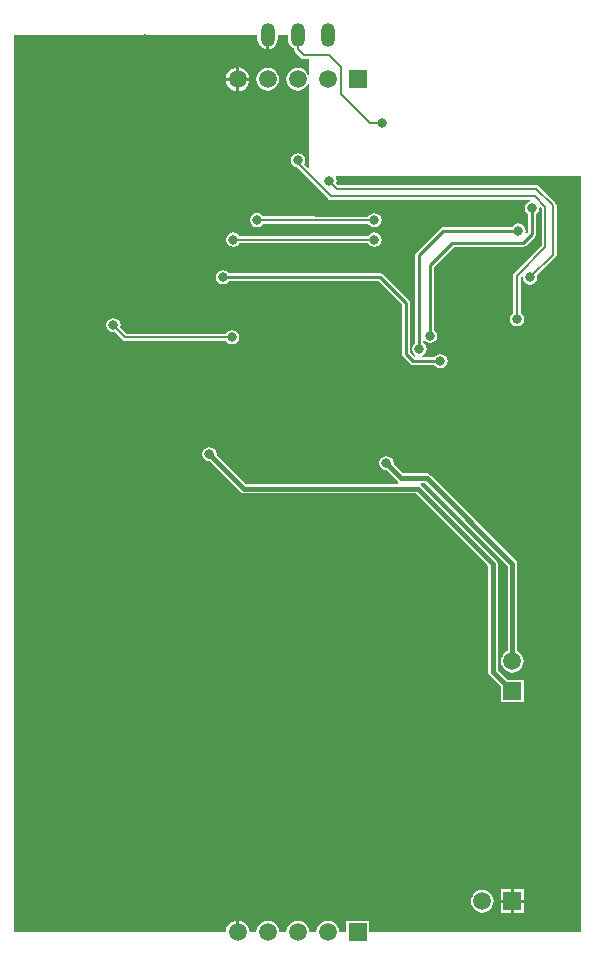
<source format=gbl>
G04 Layer_Physical_Order=2*
G04 Layer_Color=12500520*
%FSAX44Y44*%
%MOMM*%
G71*
G01*
G75*
%ADD20C,0.2032*%
%ADD21C,0.3810*%
%ADD22C,0.2540*%
%ADD23C,1.5000*%
%ADD24R,1.5000X1.5000*%
%ADD25R,1.5000X1.5000*%
%ADD26O,1.2000X2.0000*%
%ADD27C,0.8000*%
G36*
X00225870Y00797553D02*
X00226829Y00797680D01*
X00228907Y00798540D01*
X00230691Y00799909D01*
X00232060Y00801693D01*
X00232920Y00803771D01*
X00233214Y00806000D01*
Y00810000D01*
X00241899D01*
Y00806000D01*
X00242175Y00803903D01*
X00242984Y00801949D01*
X00244272Y00800272D01*
X00245949Y00798984D01*
X00246892Y00798594D01*
Y00797750D01*
X00247129Y00796561D01*
X00247803Y00795553D01*
X00253072Y00790283D01*
X00254081Y00789609D01*
X00255270Y00789372D01*
X00260000D01*
Y00776245D01*
X00258730Y00775992D01*
X00258326Y00776967D01*
X00256798Y00778958D01*
X00254807Y00780486D01*
X00252488Y00781447D01*
X00250000Y00781774D01*
X00247512Y00781447D01*
X00245193Y00780486D01*
X00243202Y00778958D01*
X00241674Y00776967D01*
X00240713Y00774648D01*
X00240386Y00772160D01*
X00240713Y00769672D01*
X00241674Y00767353D01*
X00243202Y00765362D01*
X00245193Y00763834D01*
X00247512Y00762873D01*
X00250000Y00762546D01*
X00252488Y00762873D01*
X00254807Y00763834D01*
X00256798Y00765362D01*
X00258326Y00767353D01*
X00258730Y00768328D01*
X00260000Y00768075D01*
Y00697284D01*
X00258827Y00696798D01*
X00255282Y00700343D01*
X00255872Y00701226D01*
X00256340Y00703580D01*
X00255872Y00705934D01*
X00254539Y00707929D01*
X00252544Y00709262D01*
X00250190Y00709730D01*
X00247836Y00709262D01*
X00245841Y00707929D01*
X00244508Y00705934D01*
X00244040Y00703580D01*
X00244508Y00701226D01*
X00245841Y00699231D01*
X00247836Y00697898D01*
X00249210Y00697625D01*
X00275933Y00670902D01*
X00276941Y00670229D01*
X00278130Y00669992D01*
X00446335D01*
X00446460Y00668722D01*
X00445956Y00668622D01*
X00443961Y00667289D01*
X00442628Y00665294D01*
X00442160Y00662940D01*
X00442628Y00660586D01*
X00443961Y00658591D01*
X00444943Y00657935D01*
Y00642745D01*
X00443887Y00641688D01*
X00442717Y00642314D01*
X00443030Y00643890D01*
X00442562Y00646244D01*
X00441229Y00648239D01*
X00439234Y00649572D01*
X00436880Y00650040D01*
X00434526Y00649572D01*
X00432531Y00648239D01*
X00431875Y00647257D01*
X00373380D01*
X00372092Y00647000D01*
X00370999Y00646271D01*
X00350679Y00625951D01*
X00349950Y00624858D01*
X00349693Y00623570D01*
Y00548565D01*
X00348711Y00547909D01*
X00347378Y00545914D01*
X00346910Y00543560D01*
X00347378Y00541206D01*
X00348711Y00539211D01*
X00349690Y00538557D01*
X00349446Y00537193D01*
X00349044Y00537097D01*
X00344997Y00541144D01*
Y00582930D01*
X00344740Y00584218D01*
X00344011Y00585311D01*
X00322421Y00606901D01*
X00321328Y00607630D01*
X00320040Y00607887D01*
X00191695D01*
X00191039Y00608869D01*
X00189044Y00610202D01*
X00186690Y00610670D01*
X00184336Y00610202D01*
X00182341Y00608869D01*
X00181008Y00606874D01*
X00180540Y00604520D01*
X00181008Y00602166D01*
X00182341Y00600171D01*
X00184336Y00598838D01*
X00186690Y00598370D01*
X00189044Y00598838D01*
X00191039Y00600171D01*
X00191695Y00601153D01*
X00318645D01*
X00338263Y00581535D01*
Y00539750D01*
X00338520Y00538462D01*
X00339249Y00537369D01*
X00345599Y00531019D01*
X00346692Y00530290D01*
X00347980Y00530033D01*
X00365835D01*
X00366491Y00529051D01*
X00368486Y00527718D01*
X00370840Y00527250D01*
X00373194Y00527718D01*
X00375189Y00529051D01*
X00376522Y00531046D01*
X00376990Y00533400D01*
X00376522Y00535754D01*
X00375189Y00537749D01*
X00373194Y00539082D01*
X00370840Y00539550D01*
X00368486Y00539082D01*
X00366491Y00537749D01*
X00365835Y00536767D01*
X00355862D01*
X00355829Y00536850D01*
X00355651Y00538037D01*
X00357409Y00539211D01*
X00358742Y00541206D01*
X00359210Y00543560D01*
X00358742Y00545914D01*
X00357409Y00547909D01*
X00356427Y00548565D01*
Y00550285D01*
X00356454Y00550293D01*
X00357697Y00550577D01*
X00359596Y00549308D01*
X00361950Y00548840D01*
X00364304Y00549308D01*
X00366299Y00550641D01*
X00367632Y00552636D01*
X00368100Y00554990D01*
X00367632Y00557344D01*
X00366299Y00559339D01*
X00365317Y00559995D01*
Y00613285D01*
X00382394Y00630363D01*
X00440690D01*
X00441978Y00630620D01*
X00443071Y00631349D01*
X00450691Y00638969D01*
X00451420Y00640062D01*
X00451677Y00641350D01*
Y00657935D01*
X00452659Y00658591D01*
X00453992Y00660586D01*
X00454460Y00662940D01*
X00454371Y00663388D01*
X00455541Y00664014D01*
X00456632Y00662923D01*
Y00631207D01*
X00433413Y00607988D01*
X00432739Y00606979D01*
X00432502Y00605790D01*
Y00574138D01*
X00431261Y00573309D01*
X00429928Y00571314D01*
X00429460Y00568960D01*
X00429928Y00566606D01*
X00431261Y00564611D01*
X00433256Y00563278D01*
X00435610Y00562810D01*
X00437964Y00563278D01*
X00439959Y00564611D01*
X00441292Y00566606D01*
X00441760Y00568960D01*
X00441292Y00571314D01*
X00439959Y00573309D01*
X00438718Y00574138D01*
Y00604503D01*
X00439649Y00605434D01*
X00440819Y00604808D01*
X00440730Y00604360D01*
X00441198Y00602006D01*
X00442531Y00600011D01*
X00444526Y00598678D01*
X00446880Y00598210D01*
X00449234Y00598678D01*
X00451229Y00600011D01*
X00452562Y00602006D01*
X00453030Y00604360D01*
X00452739Y00605824D01*
X00468288Y00621372D01*
X00468961Y00622381D01*
X00469198Y00623570D01*
Y00665480D01*
X00468961Y00666669D01*
X00468288Y00667678D01*
X00454318Y00681647D01*
X00453309Y00682321D01*
X00452120Y00682558D01*
X00284497D01*
X00282719Y00684336D01*
X00283010Y00685800D01*
X00282542Y00688154D01*
X00282057Y00688880D01*
X00282655Y00690000D01*
X00490000D01*
Y00050000D01*
X00310332D01*
Y00059532D01*
X00291268D01*
Y00050000D01*
X00285014D01*
X00284687Y00052488D01*
X00283726Y00054807D01*
X00282198Y00056798D01*
X00280207Y00058326D01*
X00277888Y00059287D01*
X00275400Y00059614D01*
X00272912Y00059287D01*
X00270593Y00058326D01*
X00268602Y00056798D01*
X00267074Y00054807D01*
X00266113Y00052488D01*
X00265786Y00050000D01*
X00259614D01*
X00259287Y00052488D01*
X00258326Y00054807D01*
X00256798Y00056798D01*
X00254807Y00058326D01*
X00252488Y00059287D01*
X00250000Y00059614D01*
X00247512Y00059287D01*
X00245193Y00058326D01*
X00243202Y00056798D01*
X00241674Y00054807D01*
X00240713Y00052488D01*
X00240386Y00050000D01*
X00234214D01*
X00233887Y00052488D01*
X00232926Y00054807D01*
X00231398Y00056798D01*
X00229407Y00058326D01*
X00227088Y00059287D01*
X00224600Y00059614D01*
X00222112Y00059287D01*
X00219793Y00058326D01*
X00217802Y00056798D01*
X00216274Y00054807D01*
X00215313Y00052488D01*
X00214986Y00050000D01*
X00209327D01*
X00208982Y00052621D01*
X00207970Y00055063D01*
X00206361Y00057161D01*
X00204263Y00058770D01*
X00201821Y00059782D01*
X00200470Y00059959D01*
Y00050000D01*
X00197930D01*
Y00059959D01*
X00196579Y00059782D01*
X00194137Y00058770D01*
X00192039Y00057161D01*
X00190430Y00055063D01*
X00189418Y00052621D01*
X00189073Y00050000D01*
X00010000D01*
Y00810000D01*
X00215986D01*
Y00806000D01*
X00216280Y00803771D01*
X00217140Y00801693D01*
X00218509Y00799909D01*
X00220293Y00798540D01*
X00222371Y00797680D01*
X00223330Y00797553D01*
Y00810000D01*
X00225870D01*
Y00797553D01*
D02*
G37*
%LPC*%
G36*
X00441840Y00086240D02*
X00433070D01*
Y00077470D01*
X00441840D01*
Y00086240D01*
D02*
G37*
G36*
X00175260Y00460810D02*
X00172906Y00460342D01*
X00170911Y00459009D01*
X00169578Y00457014D01*
X00169110Y00454660D01*
X00169578Y00452306D01*
X00170911Y00450311D01*
X00172906Y00448978D01*
X00175260Y00448510D01*
X00175655Y00448588D01*
X00201632Y00422612D01*
X00202934Y00421741D01*
X00204470Y00421436D01*
X00350127D01*
X00411276Y00360287D01*
Y00270510D01*
X00411581Y00268974D01*
X00412452Y00267672D01*
X00422268Y00257855D01*
Y00244468D01*
X00441332D01*
Y00263532D01*
X00427945D01*
X00419304Y00272173D01*
Y00361950D01*
X00418999Y00363486D01*
X00418128Y00364788D01*
X00354628Y00428288D01*
X00354494Y00428378D01*
X00354248Y00430070D01*
X00354460Y00430326D01*
X00357747D01*
X00427786Y00360287D01*
Y00288055D01*
X00426993Y00287726D01*
X00425002Y00286198D01*
X00423474Y00284207D01*
X00422513Y00281888D01*
X00422186Y00279400D01*
X00422513Y00276912D01*
X00423474Y00274593D01*
X00425002Y00272602D01*
X00426993Y00271074D01*
X00429312Y00270113D01*
X00431800Y00269786D01*
X00434288Y00270113D01*
X00436607Y00271074D01*
X00438598Y00272602D01*
X00440126Y00274593D01*
X00441087Y00276912D01*
X00441414Y00279400D01*
X00441087Y00281888D01*
X00440126Y00284207D01*
X00438598Y00286198D01*
X00436607Y00287726D01*
X00435814Y00288055D01*
Y00361950D01*
X00435509Y00363486D01*
X00434638Y00364788D01*
X00362248Y00437178D01*
X00360946Y00438049D01*
X00359410Y00438354D01*
X00339483D01*
X00331192Y00446645D01*
X00331270Y00447040D01*
X00330802Y00449394D01*
X00329469Y00451389D01*
X00327474Y00452722D01*
X00325120Y00453190D01*
X00322766Y00452722D01*
X00320771Y00451389D01*
X00319438Y00449394D01*
X00318970Y00447040D01*
X00319438Y00444686D01*
X00320771Y00442691D01*
X00322766Y00441358D01*
X00325120Y00440890D01*
X00325515Y00440968D01*
X00334982Y00431502D01*
X00335116Y00431412D01*
X00335362Y00429720D01*
X00335150Y00429464D01*
X00206133D01*
X00181332Y00454265D01*
X00181410Y00454660D01*
X00180942Y00457014D01*
X00179609Y00459009D01*
X00177614Y00460342D01*
X00175260Y00460810D01*
D02*
G37*
G36*
X00093980Y00570030D02*
X00091626Y00569562D01*
X00089631Y00568229D01*
X00088298Y00566234D01*
X00087830Y00563880D01*
X00088298Y00561526D01*
X00089631Y00559531D01*
X00091626Y00558198D01*
X00093980Y00557730D01*
X00095444Y00558021D01*
X00101943Y00551522D01*
X00102951Y00550849D01*
X00104140Y00550612D01*
X00189132D01*
X00189961Y00549371D01*
X00191956Y00548038D01*
X00194310Y00547570D01*
X00196664Y00548038D01*
X00198659Y00549371D01*
X00199992Y00551366D01*
X00200460Y00553720D01*
X00199992Y00556074D01*
X00198659Y00558069D01*
X00196664Y00559402D01*
X00194310Y00559870D01*
X00191956Y00559402D01*
X00189961Y00558069D01*
X00189132Y00556828D01*
X00105427D01*
X00099839Y00562416D01*
X00100130Y00563880D01*
X00099662Y00566234D01*
X00098329Y00568229D01*
X00096334Y00569562D01*
X00093980Y00570030D01*
D02*
G37*
G36*
X00430530Y00086240D02*
X00421760D01*
Y00077470D01*
X00430530D01*
Y00086240D01*
D02*
G37*
G36*
Y00074930D02*
X00421760D01*
Y00066160D01*
X00430530D01*
Y00074930D01*
D02*
G37*
G36*
X00441840D02*
X00433070D01*
Y00066160D01*
X00441840D01*
Y00074930D01*
D02*
G37*
G36*
X00406400Y00085814D02*
X00403912Y00085487D01*
X00401593Y00084526D01*
X00399602Y00082998D01*
X00398074Y00081007D01*
X00397113Y00078688D01*
X00396786Y00076200D01*
X00397113Y00073712D01*
X00398074Y00071393D01*
X00399602Y00069402D01*
X00401593Y00067874D01*
X00403912Y00066913D01*
X00406400Y00066586D01*
X00408888Y00066913D01*
X00411207Y00067874D01*
X00413198Y00069402D01*
X00414726Y00071393D01*
X00415687Y00073712D01*
X00416014Y00076200D01*
X00415687Y00078688D01*
X00414726Y00081007D01*
X00413198Y00082998D01*
X00411207Y00084526D01*
X00408888Y00085487D01*
X00406400Y00085814D01*
D02*
G37*
G36*
X00224600Y00781774D02*
X00222112Y00781447D01*
X00219793Y00780486D01*
X00217802Y00778958D01*
X00216274Y00776967D01*
X00215313Y00774648D01*
X00214986Y00772160D01*
X00215313Y00769672D01*
X00216274Y00767353D01*
X00217802Y00765362D01*
X00219793Y00763834D01*
X00222112Y00762873D01*
X00224600Y00762546D01*
X00227088Y00762873D01*
X00229407Y00763834D01*
X00231398Y00765362D01*
X00232926Y00767353D01*
X00233887Y00769672D01*
X00234214Y00772160D01*
X00233887Y00774648D01*
X00232926Y00776967D01*
X00231398Y00778958D01*
X00229407Y00780486D01*
X00227088Y00781447D01*
X00224600Y00781774D01*
D02*
G37*
G36*
X00197930Y00782119D02*
X00196579Y00781942D01*
X00194137Y00780930D01*
X00192039Y00779321D01*
X00190430Y00777223D01*
X00189418Y00774781D01*
X00189241Y00773430D01*
X00197930D01*
Y00782119D01*
D02*
G37*
G36*
X00200470D02*
Y00773430D01*
X00209159D01*
X00208982Y00774781D01*
X00207970Y00777223D01*
X00206361Y00779321D01*
X00204263Y00780930D01*
X00201821Y00781942D01*
X00200470Y00782119D01*
D02*
G37*
G36*
X00209159Y00770890D02*
X00200470D01*
Y00762201D01*
X00201821Y00762378D01*
X00204263Y00763390D01*
X00206361Y00764999D01*
X00207970Y00767097D01*
X00208982Y00769539D01*
X00209159Y00770890D01*
D02*
G37*
G36*
X00314960Y00642420D02*
X00312606Y00641952D01*
X00310611Y00640619D01*
X00309782Y00639378D01*
X00200758D01*
X00199929Y00640619D01*
X00197934Y00641952D01*
X00195580Y00642420D01*
X00193226Y00641952D01*
X00191231Y00640619D01*
X00189898Y00638624D01*
X00189430Y00636270D01*
X00189898Y00633916D01*
X00191231Y00631921D01*
X00193226Y00630588D01*
X00195580Y00630120D01*
X00197934Y00630588D01*
X00199929Y00631921D01*
X00200758Y00633162D01*
X00309782D01*
X00310611Y00631921D01*
X00312606Y00630588D01*
X00314960Y00630120D01*
X00317314Y00630588D01*
X00319309Y00631921D01*
X00320642Y00633916D01*
X00321110Y00636270D01*
X00320642Y00638624D01*
X00319309Y00640619D01*
X00317314Y00641952D01*
X00314960Y00642420D01*
D02*
G37*
G36*
X00215770Y00659060D02*
X00213416Y00658592D01*
X00211421Y00657259D01*
X00210088Y00655264D01*
X00209620Y00652910D01*
X00210088Y00650556D01*
X00211421Y00648561D01*
X00213416Y00647228D01*
X00215770Y00646760D01*
X00218124Y00647228D01*
X00220119Y00648561D01*
X00220944Y00649796D01*
X00309777Y00649679D01*
X00310611Y00648431D01*
X00312606Y00647098D01*
X00314960Y00646630D01*
X00317314Y00647098D01*
X00319309Y00648431D01*
X00320642Y00650426D01*
X00321110Y00652780D01*
X00320642Y00655134D01*
X00319309Y00657129D01*
X00317314Y00658462D01*
X00314960Y00658930D01*
X00312606Y00658462D01*
X00310611Y00657129D01*
X00309786Y00655894D01*
X00220953Y00656011D01*
X00220119Y00657259D01*
X00218124Y00658592D01*
X00215770Y00659060D01*
D02*
G37*
G36*
X00197930Y00770890D02*
X00189241D01*
X00189418Y00769539D01*
X00190430Y00767097D01*
X00192039Y00764999D01*
X00194137Y00763390D01*
X00196579Y00762378D01*
X00197930Y00762201D01*
Y00770890D01*
D02*
G37*
%LPD*%
D20*
X00215770Y00652910D02*
X00314960Y00652780D01*
X00195580Y00636270D02*
X00314960D01*
X00093980Y00563880D02*
X00104140Y00553720D01*
X00194310D01*
X00250000Y00797750D02*
Y00810000D01*
Y00797750D02*
X00255270Y00792480D01*
X00276860D01*
X00287020Y00782320D01*
Y00759460D02*
Y00782320D01*
Y00759460D02*
X00311150Y00735330D01*
X00321310D01*
X00250190Y00701040D02*
Y00703580D01*
Y00701040D02*
X00278130Y00673100D01*
X00450850D01*
X00459740Y00664210D01*
Y00629920D02*
Y00664210D01*
X00435610Y00605790D02*
X00459740Y00629920D01*
X00452120Y00679450D02*
X00466090Y00665480D01*
Y00623570D02*
Y00665480D01*
X00446880Y00604360D02*
X00466090Y00623570D01*
X00283210Y00679450D02*
X00452120D01*
X00435610Y00568960D02*
Y00605790D01*
X00276860Y00685800D02*
X00283210Y00679450D01*
D21*
X00325120Y00447040D02*
X00337820Y00434340D01*
X00359410D01*
X00431800Y00361950D01*
Y00279400D02*
Y00361950D01*
X00415290Y00270510D02*
X00431800Y00254000D01*
X00415290Y00270510D02*
Y00361950D01*
X00351790Y00425450D02*
X00415290Y00361950D01*
X00204470Y00425450D02*
X00351790D01*
X00175260Y00454660D02*
X00204470Y00425450D01*
D22*
X00186690Y00604520D02*
X00320040D01*
X00341630Y00582930D01*
Y00539750D02*
Y00582930D01*
Y00539750D02*
X00347980Y00533400D01*
X00370840D01*
X00448310Y00641350D02*
Y00662940D01*
X00440690Y00633730D02*
X00448310Y00641350D01*
X00381000Y00633730D02*
X00440690D01*
X00361950Y00614680D02*
X00381000Y00633730D01*
X00361950Y00554990D02*
Y00614680D01*
X00373380Y00643890D02*
X00436880D01*
X00353060Y00623570D02*
X00373380Y00643890D01*
X00353060Y00543560D02*
Y00623570D01*
D23*
X00199200Y00772160D02*
D03*
X00224600D02*
D03*
X00250000D02*
D03*
X00275400D02*
D03*
X00199200Y00050000D02*
D03*
X00224600D02*
D03*
X00250000D02*
D03*
X00275400D02*
D03*
X00431800Y00279400D02*
D03*
X00406400Y00076200D02*
D03*
D24*
X00300800Y00772160D02*
D03*
Y00050000D02*
D03*
X00431800Y00076200D02*
D03*
D25*
Y00254000D02*
D03*
D26*
X00224600Y00810000D02*
D03*
X00250000D02*
D03*
X00275400D02*
D03*
D27*
X00215770Y00652910D02*
D03*
X00314960Y00652780D02*
D03*
X00400000Y00450000D02*
D03*
X00450000Y00150000D02*
D03*
Y00200000D02*
D03*
Y00350000D02*
D03*
Y00400000D02*
D03*
Y00450000D02*
D03*
X00100000Y00750000D02*
D03*
X00050000D02*
D03*
Y00700000D02*
D03*
Y00650000D02*
D03*
Y00600000D02*
D03*
Y00550000D02*
D03*
X00100000Y00500000D02*
D03*
X00050000D02*
D03*
Y00450000D02*
D03*
X00100000D02*
D03*
X00150000D02*
D03*
X00250000Y00400000D02*
D03*
X00200000D02*
D03*
X00150000D02*
D03*
X00100000D02*
D03*
X00050000D02*
D03*
Y00350000D02*
D03*
X00100000D02*
D03*
X00150000D02*
D03*
X00200000D02*
D03*
X00250000D02*
D03*
X00200000Y00300000D02*
D03*
X00150000D02*
D03*
X00100000D02*
D03*
X00050000D02*
D03*
Y00250000D02*
D03*
X00100000D02*
D03*
X00150000D02*
D03*
X00200000D02*
D03*
X00150000Y00200000D02*
D03*
X00100000D02*
D03*
X00050000D02*
D03*
Y00150000D02*
D03*
X00100000D02*
D03*
X00150000D02*
D03*
Y00100000D02*
D03*
X00100000D02*
D03*
X00050000D02*
D03*
X00314960Y00636270D02*
D03*
X00195580D02*
D03*
X00093980Y00563880D02*
D03*
X00194310Y00553720D02*
D03*
X00321310Y00735330D02*
D03*
X00250190Y00703580D02*
D03*
X00435610Y00568960D02*
D03*
X00276860Y00685800D02*
D03*
X00446880Y00604360D02*
D03*
X00393850Y00524360D02*
D03*
X00415360Y00510610D02*
D03*
X00120650Y00806450D02*
D03*
X00129670Y00707260D02*
D03*
X00215770Y00511940D02*
D03*
X00308610Y00492760D02*
D03*
X00222250Y00482600D02*
D03*
X00186690Y00604520D02*
D03*
X00370840Y00533400D02*
D03*
X00448310Y00662940D02*
D03*
X00361950Y00554990D02*
D03*
X00436880Y00643890D02*
D03*
X00353060Y00543560D02*
D03*
X00325120Y00447040D02*
D03*
X00175260Y00454660D02*
D03*
M02*

</source>
